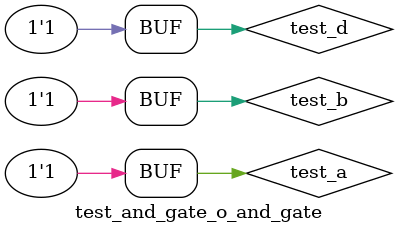
<source format=sv>
module test_and_gate_o_and_gate();
	reg test_a;
	reg test_b;
	reg test_d;
	wire test_out1;
	wire test_out2;
	and_gate_o_and_gate dut(.a(test_a),.b(test_b),.d(test_d),.out1(test_out1),.out2(test_out2));
	initial begin
		test_a=1'b0;
		test_b=1'b1;
		test_d=1'b1;#5;
		test_a=1'b1;
		test_b=1'b1;
		test_d=1'b0;#5;
		test_a=1'b1;
		test_b=1'b1;
		test_d=1'b1;#5;
	end
	initial begin
		$monitor($time,"a=%b,b=%b,d=%b",test_a,test_b,test_d);
	end
endmodule



</source>
